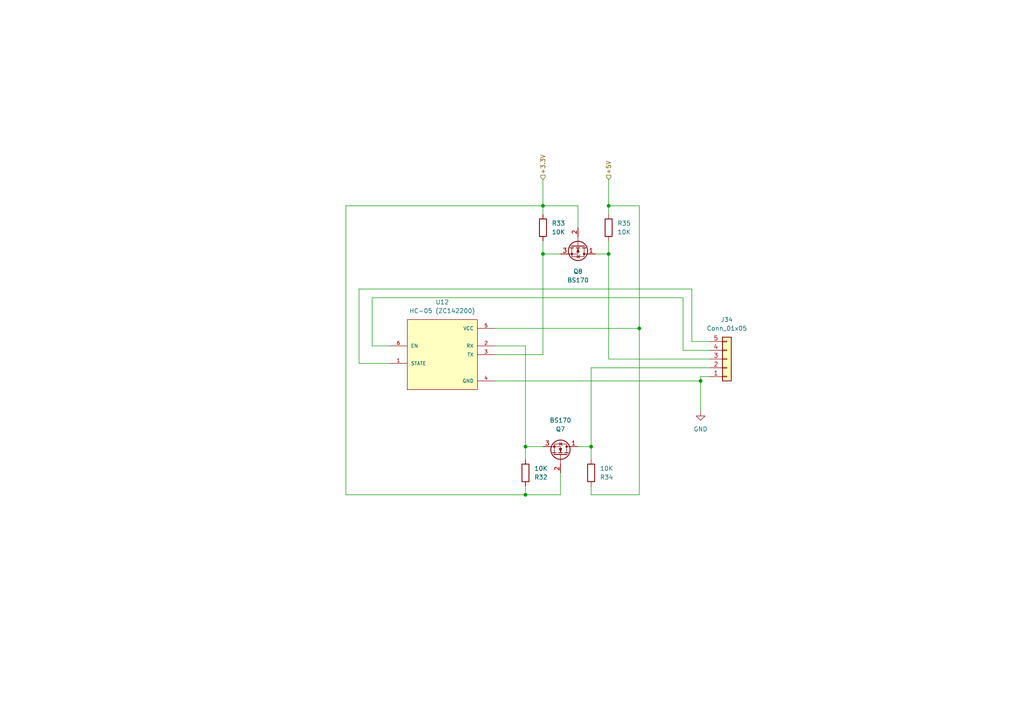
<source format=kicad_sch>
(kicad_sch (version 20211123) (generator eeschema)
  (paper "A4")
  (lib_symbols
    (symbol "Connector_Generic:Conn_01x05" (pin_names (offset 1.016) hide)
      (property "Reference" "J" (at 0 7.62 0))
      (property "Value" "Conn_01x05" (at 0 -7.62 0))
      (symbol "Conn_01x05_1_1"
        (rectangle (start -1.27 -4.953) (end 0 -5.207) (stroke (width 0.1524)))
        (rectangle (start -1.27 -2.413) (end 0 -2.667) (stroke (width 0.1524)))
        (rectangle (start -1.27 0.127) (end 0 -0.127) (stroke (width 0.1524)))
        (rectangle (start -1.27 2.667) (end 0 2.413) (stroke (width 0.1524)))
        (rectangle (start -1.27 5.207) (end 0 4.953) (stroke (width 0.1524)))
        (rectangle (start -1.27 6.35) (end 1.27 -6.35) (stroke (width 0.254)) (fill (type background)))
        (pin passive line (at -5.08 5.08 0) (length 3.81) (name "Pin_1") (number "1"))
        (pin passive line (at -5.08 2.54 0) (length 3.81) (name "Pin_2") (number "2"))
        (pin passive line (at -5.08 0 0) (length 3.81) (name "Pin_3") (number "3"))
        (pin passive line (at -5.08 -2.54 0) (length 3.81) (name "Pin_4") (number "4"))
        (pin passive line (at -5.08 -5.08 0) (length 3.81) (name "Pin_5") (number "5"))
      )
    )
    (symbol "Device:R" (pin_numbers hide) (pin_names (offset 0))
      (property "Reference" "R" (at 2.032 0 90))
      (property "Value" "R" (at 0 0 90))
      (symbol "R_0_1"
        (rectangle (start -1.016 -2.54) (end 1.016 2.54) (stroke (width 0.254)))
      )
      (symbol "R_1_1"
        (pin passive line (at 0 3.81 270) (length 1.27) (name "~") (number "1"))
        (pin passive line (at 0 -3.81 90) (length 1.27) (name "~") (number "2"))
      )
    )
    (symbol "GND_1" (power) (pin_names (offset 0))
      (property "Value" "GND_1" (at 0 -3.81 0))
      (symbol "GND_1_0_1"
        (polyline (pts (xy 0 0) (xy 0 -1.27) (xy 1.27 -1.27) (xy 0 -2.54) (xy -1.27 -1.27) (xy 0 -1.27)))
      )
      (symbol "GND_1_1_1"
        (pin power_in line (at 0 0 270) (length 0) hide (name "GND") (number "1"))
      )
    )
    (symbol "RF_Module:HC-05 (ZC142200)" (pin_names (offset 1.016))
      (property "Reference" "U" (at -10.16 10.922 0))
      (property "Value" "HC-05 (ZC142200)" (at -10.16 -12.7 0))
      (symbol "HC-05 (ZC142200)_0_0"
        (rectangle (start -10.16 -10.16) (end 10.16 10.16) (stroke (width 0.1524)) (fill (type background)))
        (pin input line (at -15.24 -2.54 0) (length 5.08) (name "STATE") (number "1"))
        (pin input line (at 15.24 2.54 180) (length 5.08) (name "RX") (number "2"))
        (pin output line (at 15.24 0 180) (length 5.08) (name "TX") (number "3"))
        (pin power_in line (at 15.24 -7.62 180) (length 5.08) (name "GND") (number "4"))
        (pin power_in line (at 15.24 7.62 180) (length 5.08) (name "VCC") (number "5"))
        (pin input line (at -15.24 2.54 0) (length 5.08) (name "EN") (number "6"))
      )
    )
    (symbol "Transistor_FET:BS170" (pin_names hide)
      (property "Reference" "Q" (at 5.08 1.905 0))
      (property "Value" "BS170" (at 5.08 0 0))
      (symbol "BS170_0_1"
        (polyline (pts (xy 0.254 0) (xy -2.54 0)))
        (polyline (pts (xy 0.254 1.905) (xy 0.254 -1.905)) (stroke (width 0.254)))
        (polyline (pts (xy 0.762 -1.27) (xy 0.762 -2.286)) (stroke (width 0.254)))
        (polyline (pts (xy 0.762 0.508) (xy 0.762 -0.508)) (stroke (width 0.254)))
        (polyline (pts (xy 0.762 2.286) (xy 0.762 1.27)) (stroke (width 0.254)))
        (polyline (pts (xy 2.54 2.54) (xy 2.54 1.778)))
        (polyline (pts (xy 2.54 -2.54) (xy 2.54 0) (xy 0.762 0)))
        (polyline (pts (xy 0.762 -1.778) (xy 3.302 -1.778) (xy 3.302 1.778) (xy 0.762 1.778)))
        (polyline (pts (xy 1.016 0) (xy 2.032 0.381) (xy 2.032 -0.381) (xy 1.016 0)) (fill (type outline)))
        (polyline (pts (xy 2.794 0.508) (xy 2.921 0.381) (xy 3.683 0.381) (xy 3.81 0.254)))
        (polyline (pts (xy 3.302 0.381) (xy 2.921 -0.254) (xy 3.683 -0.254) (xy 3.302 0.381)))
        (circle (center 1.651 0) (radius 2.794) (stroke (width 0.254)))
        (circle (center 2.54 -1.778) (radius 0.254) (fill (type outline)))
        (circle (center 2.54 1.778) (radius 0.254) (fill (type outline)))
      )
      (symbol "BS170_1_1"
        (pin passive line (at 2.54 5.08 270) (length 2.54) (name "D") (number "1"))
        (pin input line (at -5.08 0 0) (length 2.54) (name "G") (number "2"))
        (pin passive line (at 2.54 -5.08 90) (length 2.54) (name "S") (number "3"))
      )
    )
  )
  (junction (at 171.45 129.54))
  (junction (at 176.53 73.66))
  (junction (at 152.4 143.51))
  (junction (at 157.48 73.66))
  (junction (at 152.4 129.54))
  (junction (at 176.53 59.69))
  (junction (at 185.42 95.25))
  (junction (at 157.48 59.69))
  (junction (at 203.2 110.49))
  (wire (pts (xy 171.45 129.54) (xy 171.45 106.68)))
  (wire (pts (xy 100.33 143.51) (xy 152.4 143.51)))
  (wire (pts (xy 198.12 86.36) (xy 198.12 101.6)))
  (wire (pts (xy 171.45 129.54) (xy 171.45 133.35)))
  (wire (pts (xy 176.53 73.66) (xy 176.53 104.14)))
  (wire (pts (xy 100.33 59.69) (xy 100.33 143.51)))
  (wire (pts (xy 157.48 129.54) (xy 152.4 129.54)))
  (wire (pts (xy 185.42 59.69) (xy 185.42 95.25)))
  (wire (pts (xy 203.2 109.22) (xy 203.2 110.49)))
  (wire (pts (xy 162.56 143.51) (xy 162.56 137.16)))
  (wire (pts (xy 113.03 100.33) (xy 107.95 100.33)))
  (wire (pts (xy 152.4 129.54) (xy 152.4 100.33)))
  (wire (pts (xy 157.48 73.66) (xy 157.48 102.87)))
  (wire (pts (xy 157.48 73.66) (xy 157.48 69.85)))
  (wire (pts (xy 200.66 83.82) (xy 200.66 99.06)))
  (wire (pts (xy 157.48 62.23) (xy 157.48 59.69)))
  (wire (pts (xy 157.48 52.07) (xy 157.48 59.69)))
  (wire (pts (xy 143.51 102.87) (xy 157.48 102.87)))
  (wire (pts (xy 171.45 143.51) (xy 171.45 140.97)))
  (wire (pts (xy 152.4 140.97) (xy 152.4 143.51)))
  (wire (pts (xy 104.14 83.82) (xy 200.66 83.82)))
  (wire (pts (xy 167.64 129.54) (xy 171.45 129.54)))
  (wire (pts (xy 157.48 59.69) (xy 100.33 59.69)))
  (wire (pts (xy 113.03 105.41) (xy 104.14 105.41)))
  (wire (pts (xy 200.66 99.06) (xy 205.74 99.06)))
  (wire (pts (xy 157.48 73.66) (xy 162.56 73.66)))
  (wire (pts (xy 152.4 143.51) (xy 162.56 143.51)))
  (wire (pts (xy 104.14 105.41) (xy 104.14 83.82)))
  (wire (pts (xy 152.4 100.33) (xy 143.51 100.33)))
  (wire (pts (xy 185.42 143.51) (xy 171.45 143.51)))
  (wire (pts (xy 203.2 109.22) (xy 205.74 109.22)))
  (wire (pts (xy 143.51 95.25) (xy 185.42 95.25)))
  (wire (pts (xy 152.4 129.54) (xy 152.4 133.35)))
  (wire (pts (xy 176.53 59.69) (xy 185.42 59.69)))
  (wire (pts (xy 176.53 59.69) (xy 176.53 62.23)))
  (wire (pts (xy 107.95 100.33) (xy 107.95 86.36)))
  (wire (pts (xy 172.72 73.66) (xy 176.53 73.66)))
  (wire (pts (xy 203.2 110.49) (xy 203.2 119.38)))
  (wire (pts (xy 167.64 59.69) (xy 167.64 66.04)))
  (wire (pts (xy 198.12 101.6) (xy 205.74 101.6)))
  (wire (pts (xy 107.95 86.36) (xy 198.12 86.36)))
  (wire (pts (xy 176.53 73.66) (xy 176.53 69.85)))
  (wire (pts (xy 176.53 104.14) (xy 205.74 104.14)))
  (wire (pts (xy 171.45 106.68) (xy 205.74 106.68)))
  (wire (pts (xy 185.42 95.25) (xy 185.42 143.51)))
  (wire (pts (xy 157.48 59.69) (xy 167.64 59.69)))
  (wire (pts (xy 143.51 110.49) (xy 203.2 110.49)))
  (wire (pts (xy 176.53 52.07) (xy 176.53 59.69)))
  (hierarchical_label "+5V" (shape input) (at 176.53 52.07 90))
  (hierarchical_label "+3.3V" (shape input) (at 157.48 52.07 90))
  (symbol (lib_id "Device:R") (at 157.48 66.04 180) (unit 1)
    (property "Reference" "R33" (at 160.02 64.7699 0) (effects (justify right)))
    (property "Value" "10K" (at 160.02 67.3099 0) (effects (justify right)))
    (property "Footprint" "Resistor_THT:R_Axial_DIN0207_L6.3mm_D2.5mm_P10.16mm_Horizontal" (effects hide))
  )
  (symbol (lib_id "Transistor_FET:BS170") (at 167.64 71.12 270) (unit 1)
    (property "Reference" "Q8" (at 167.64 78.74 90))
    (property "Value" "BS170" (at 167.64 81.28 90))
    (property "Footprint" "Package_TO_SOT_THT:TO-92_Inline" (effects hide))
    (property "Datasheet" "https://www.onsemi.com/pub/Collateral/BS170-D.PDF" (effects hide))
  )
  (symbol (lib_name "GND_1") (lib_id "power:GND") (at 203.2 119.38 0) (unit 1)
    (property "Reference" "#PWR0112" (effects hide))
    (property "Value" "GND" (at 203.2 124.46 0))
  )
  (symbol (lib_id "Device:R") (at 176.53 66.04 180) (unit 1)
    (property "Reference" "R35" (at 179.07 64.7699 0) (effects (justify right)))
    (property "Value" "10K" (at 179.07 67.3099 0) (effects (justify right)))
    (property "Footprint" "Resistor_THT:R_Axial_DIN0207_L6.3mm_D2.5mm_P10.16mm_Horizontal" (effects hide))
  )
  (symbol (lib_id "Connector_Generic:Conn_01x05") (at 210.82 104.14 0) (mirror x) (unit 1)
    (property "Reference" "J34" (at 210.82 92.71 0))
    (property "Value" "Conn_01x05" (at 210.82 95.25 0))
    (property "Footprint" "Connector_PinHeader_2.54mm:PinHeader_1x05_P2.54mm_Vertical" (effects hide))
  )
  (symbol (lib_id "Device:R") (at 152.4 137.16 0) (mirror y) (unit 1)
    (property "Reference" "R32" (at 154.94 138.4301 0) (effects (justify right)))
    (property "Value" "10K" (at 154.94 135.8901 0) (effects (justify right)))
    (property "Footprint" "Resistor_THT:R_Axial_DIN0207_L6.3mm_D2.5mm_P10.16mm_Horizontal" (effects hide))
  )
  (symbol (lib_id "RF_Module:HC-05 (ZC142200)") (at 128.27 102.87 0) (unit 1)
    (property "Reference" "U12" (at 128.27 87.63 0))
    (property "Value" "HC-05 (ZC142200)" (at 128.27 90.17 0))
    (property "Footprint" "RF_Module:HC-05 Module Horizontal (ZC14200)" (effects hide))
    (property "STANDARD" "Manufacturer Recommendations" (effects hide))
    (property "MAXIMUM_PACKAGE_HEIGHT" "37.5mm" (effects hide))
    (property "MANUFACTURER" "YKS" (effects hide))
    (property "PARTREV" "N/A" (effects hide))
  )
  (symbol (lib_id "Transistor_FET:BS170") (at 162.56 132.08 270) (mirror x) (unit 1)
    (property "Reference" "Q7" (at 162.56 124.46 90))
    (property "Value" "BS170" (at 162.56 121.92 90))
    (property "Footprint" "Package_TO_SOT_THT:TO-92_Inline" (effects hide))
    (property "Datasheet" "https://www.onsemi.com/pub/Collateral/BS170-D.PDF" (effects hide))
  )
  (symbol (lib_id "Device:R") (at 171.45 137.16 0) (mirror y) (unit 1)
    (property "Reference" "R34" (at 173.99 138.4301 0) (effects (justify right)))
    (property "Value" "10K" (at 173.99 135.8901 0) (effects (justify right)))
    (property "Footprint" "Resistor_THT:R_Axial_DIN0207_L6.3mm_D2.5mm_P10.16mm_Horizontal" (effects hide))
  )
)
</source>
